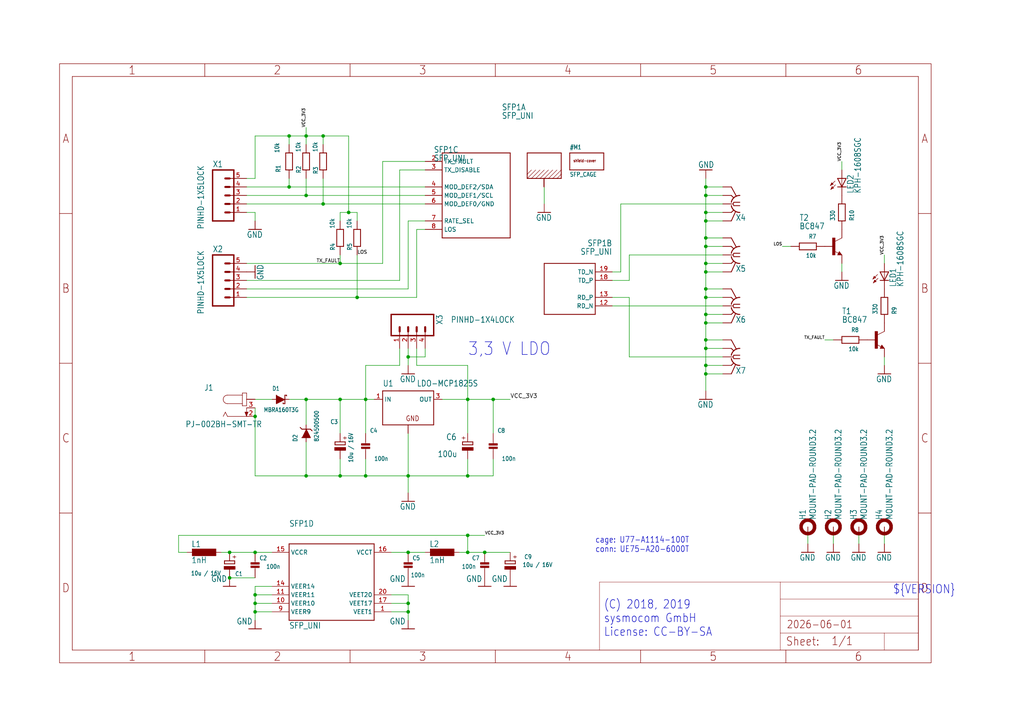
<source format=kicad_sch>
(kicad_sch (version 20231120) (generator "eeschema") (generator_version "8.0")
  (paper "User" 305.892 217.322)
  (junction (at 76.2 177.8))
  (junction (at 147.32 119.38))
  (junction (at 121.92 165.1))
  (junction (at 91.44 58.42))
  (junction (at 210.82 104.14))
  (junction (at 210.82 96.52))
  (junction (at 210.82 78.74))
  (junction (at 86.36 55.88))
  (junction (at 210.82 73.66))
  (junction (at 91.44 142.24))
  (junction (at 109.22 119.38))
  (junction (at 210.82 58.42))
  (junction (at 139.7 165.1))
  (junction (at 96.52 40.64))
  (junction (at 210.82 93.98))
  (junction (at 210.82 66.04))
  (junction (at 121.92 182.88))
  (junction (at 210.82 111.76))
  (junction (at 121.92 106.68))
  (junction (at 76.2 165.1))
  (junction (at 121.92 142.24))
  (junction (at 210.82 71.12))
  (junction (at 210.82 88.9))
  (junction (at 210.82 55.88))
  (junction (at 68.58 165.1))
  (junction (at 210.82 63.5))
  (junction (at 101.6 119.38))
  (junction (at 68.58 172.72))
  (junction (at 76.2 182.88))
  (junction (at 106.68 88.9))
  (junction (at 144.78 165.1))
  (junction (at 210.82 109.22))
  (junction (at 139.7 142.24))
  (junction (at 101.6 142.24))
  (junction (at 76.2 180.34))
  (junction (at 210.82 81.28))
  (junction (at 210.82 86.36))
  (junction (at 101.6 78.74))
  (junction (at 121.92 180.34))
  (junction (at 139.7 119.38))
  (junction (at 109.22 142.24))
  (junction (at 86.36 40.64))
  (junction (at 76.2 124.46))
  (junction (at 139.7 160.02))
  (junction (at 91.44 119.38))
  (junction (at 104.14 63.5))
  (junction (at 210.82 101.6))
  (junction (at 91.44 40.64))
  (junction (at 96.52 60.96))
  (wire (pts (xy 76.2 182.88) (xy 81.28 182.88)) (stroke (width 0.1524)))
  (wire (pts (xy 73.66 63.5) (xy 76.2 63.5)) (stroke (width 0.1524)))
  (wire (pts (xy 210.82 96.52) (xy 210.82 101.6)) (stroke (width 0.1524)))
  (wire (pts (xy 139.7 142.24) (xy 121.92 142.24)) (stroke (width 0.1524)))
  (wire (pts (xy 86.36 53.34) (xy 86.36 55.88)) (stroke (width 0.1524)))
  (wire (pts (xy 215.9 111.76) (xy 210.82 111.76)) (stroke (width 0.1524)))
  (wire (pts (xy 109.22 142.24) (xy 121.92 142.24)) (stroke (width 0.1524)))
  (wire (pts (xy 241.3 162.56) (xy 241.3 160.02)) (stroke (width 0.1524)))
  (wire (pts (xy 91.44 53.34) (xy 91.44 58.42)) (stroke (width 0.1524)))
  (wire (pts (xy 121.92 109.22) (xy 121.92 106.68)) (stroke (width 0.1524)))
  (wire (pts (xy 81.28 175.26) (xy 76.2 175.26)) (stroke (width 0.1524)))
  (wire (pts (xy 187.96 76.2) (xy 215.9 76.2)) (stroke (width 0.1524)))
  (wire (pts (xy 119.38 50.8) (xy 119.38 83.82)) (stroke (width 0.1524)))
  (wire (pts (xy 104.14 40.64) (xy 96.52 40.64)) (stroke (width 0.1524)))
  (wire (pts (xy 210.82 73.66) (xy 210.82 78.74)) (stroke (width 0.1524)))
  (wire (pts (xy 101.6 142.24) (xy 109.22 142.24)) (stroke (width 0.1524)))
  (wire (pts (xy 215.9 109.22) (xy 210.82 109.22)) (stroke (width 0.1524)))
  (wire (pts (xy 147.32 137.16) (xy 147.32 142.24)) (stroke (width 0.1524)))
  (wire (pts (xy 96.52 53.34) (xy 96.52 60.96)) (stroke (width 0.1524)))
  (wire (pts (xy 210.82 53.34) (xy 210.82 55.88)) (stroke (width 0.1524)))
  (wire (pts (xy 119.38 109.22) (xy 109.22 109.22)) (stroke (width 0.1524)))
  (wire (pts (xy 127 55.88) (xy 86.36 55.88)) (stroke (width 0.1524)))
  (wire (pts (xy 121.92 86.36) (xy 73.66 86.36)) (stroke (width 0.1524)))
  (wire (pts (xy 91.44 40.64) (xy 91.44 43.18)) (stroke (width 0.1524)))
  (wire (pts (xy 106.68 76.2) (xy 106.68 88.9)) (stroke (width 0.1524)))
  (wire (pts (xy 210.82 58.42) (xy 210.82 63.5)) (stroke (width 0.1524)))
  (wire (pts (xy 210.82 66.04) (xy 210.82 71.12)) (stroke (width 0.1524)))
  (wire (pts (xy 73.66 78.74) (xy 101.6 78.74)) (stroke (width 0.1524)))
  (wire (pts (xy 121.92 182.88) (xy 116.84 182.88)) (stroke (width 0.1524)))
  (wire (pts (xy 121.92 147.32) (xy 121.92 142.24)) (stroke (width 0.1524)))
  (wire (pts (xy 81.28 177.8) (xy 76.2 177.8)) (stroke (width 0.1524)))
  (wire (pts (xy 215.9 101.6) (xy 210.82 101.6)) (stroke (width 0.1524)))
  (wire (pts (xy 104.14 63.5) (xy 106.68 63.5)) (stroke (width 0.1524)))
  (wire (pts (xy 101.6 142.24) (xy 91.44 142.24)) (stroke (width 0.1524)))
  (wire (pts (xy 264.16 109.22) (xy 264.16 106.68)) (stroke (width 0.1524)))
  (wire (pts (xy 215.9 73.66) (xy 210.82 73.66)) (stroke (width 0.1524)))
  (wire (pts (xy 127 106.68) (xy 121.92 106.68)) (stroke (width 0.1524)))
  (wire (pts (xy 124.46 109.22) (xy 139.7 109.22)) (stroke (width 0.1524)))
  (wire (pts (xy 101.6 63.5) (xy 104.14 63.5)) (stroke (width 0.1524)))
  (wire (pts (xy 127 60.96) (xy 96.52 60.96)) (stroke (width 0.1524)))
  (wire (pts (xy 215.9 86.36) (xy 210.82 86.36)) (stroke (width 0.1524)))
  (wire (pts (xy 73.66 88.9) (xy 106.68 88.9)) (stroke (width 0.1524)))
  (wire (pts (xy 76.2 63.5) (xy 76.2 66.04)) (stroke (width 0.1524)))
  (wire (pts (xy 124.46 104.14) (xy 124.46 109.22)) (stroke (width 0.1524)))
  (wire (pts (xy 111.76 119.38) (xy 109.22 119.38)) (stroke (width 0.1524)))
  (wire (pts (xy 116.84 180.34) (xy 121.92 180.34)) (stroke (width 0.1524)))
  (wire (pts (xy 76.2 142.24) (xy 91.44 142.24)) (stroke (width 0.1524)))
  (wire (pts (xy 101.6 119.38) (xy 91.44 119.38)) (stroke (width 0.1524)))
  (wire (pts (xy 152.4 165.1) (xy 144.78 165.1)) (stroke (width 0.1524)))
  (wire (pts (xy 127 58.42) (xy 91.44 58.42)) (stroke (width 0.1524)))
  (wire (pts (xy 76.2 119.38) (xy 81.28 119.38)) (stroke (width 0.1524)))
  (wire (pts (xy 210.82 86.36) (xy 210.82 88.9)) (stroke (width 0.1524)))
  (wire (pts (xy 101.6 66.04) (xy 101.6 63.5)) (stroke (width 0.1524)))
  (wire (pts (xy 147.32 119.38) (xy 152.4 119.38)) (stroke (width 0.1524)))
  (wire (pts (xy 73.66 53.34) (xy 76.2 53.34)) (stroke (width 0.1524)))
  (wire (pts (xy 101.6 76.2) (xy 101.6 78.74)) (stroke (width 0.1524)))
  (wire (pts (xy 76.2 185.42) (xy 76.2 182.88)) (stroke (width 0.1524)))
  (wire (pts (xy 127 165.1) (xy 121.92 165.1)) (stroke (width 0.1524)))
  (wire (pts (xy 264.16 78.74) (xy 264.16 76.2)) (stroke (width 0.1524)))
  (wire (pts (xy 127 50.8) (xy 119.38 50.8)) (stroke (width 0.1524)))
  (wire (pts (xy 210.82 63.5) (xy 210.82 66.04)) (stroke (width 0.1524)))
  (wire (pts (xy 187.96 83.82) (xy 187.96 76.2)) (stroke (width 0.1524)))
  (wire (pts (xy 139.7 109.22) (xy 139.7 119.38)) (stroke (width 0.1524)))
  (wire (pts (xy 101.6 129.54) (xy 101.6 119.38)) (stroke (width 0.1524)))
  (wire (pts (xy 162.56 60.96) (xy 162.56 55.88)) (stroke (width 0.1524)))
  (wire (pts (xy 139.7 137.16) (xy 139.7 142.24)) (stroke (width 0.1524)))
  (wire (pts (xy 76.2 142.24) (xy 76.2 124.46)) (stroke (width 0.1524)))
  (wire (pts (xy 76.2 53.34) (xy 76.2 40.64)) (stroke (width 0.1524)))
  (wire (pts (xy 215.9 81.28) (xy 210.82 81.28)) (stroke (width 0.1524)))
  (wire (pts (xy 248.92 162.56) (xy 248.92 160.02)) (stroke (width 0.1524)))
  (wire (pts (xy 101.6 137.16) (xy 101.6 142.24)) (stroke (width 0.1524)))
  (wire (pts (xy 86.36 43.18) (xy 86.36 40.64)) (stroke (width 0.1524)))
  (wire (pts (xy 76.2 180.34) (xy 76.2 182.88)) (stroke (width 0.1524)))
  (wire (pts (xy 81.28 180.34) (xy 76.2 180.34)) (stroke (width 0.1524)))
  (wire (pts (xy 76.2 177.8) (xy 76.2 180.34)) (stroke (width 0.1524)))
  (wire (pts (xy 210.82 104.14) (xy 210.82 109.22)) (stroke (width 0.1524)))
  (wire (pts (xy 91.44 119.38) (xy 86.36 119.38)) (stroke (width 0.1524)))
  (wire (pts (xy 86.36 55.88) (xy 73.66 55.88)) (stroke (width 0.1524)))
  (wire (pts (xy 127 66.04) (xy 121.92 66.04)) (stroke (width 0.1524)))
  (wire (pts (xy 215.9 58.42) (xy 210.82 58.42)) (stroke (width 0.1524)))
  (wire (pts (xy 210.82 55.88) (xy 210.82 58.42)) (stroke (width 0.1524)))
  (wire (pts (xy 114.3 78.74) (xy 114.3 48.26)) (stroke (width 0.1524)))
  (wire (pts (xy 76.2 172.72) (xy 68.58 172.72)) (stroke (width 0.1524)))
  (wire (pts (xy 139.7 165.1) (xy 144.78 165.1)) (stroke (width 0.1524)))
  (wire (pts (xy 139.7 160.02) (xy 144.78 160.02)) (stroke (width 0.1524)))
  (wire (pts (xy 215.9 63.5) (xy 210.82 63.5)) (stroke (width 0.1524)))
  (wire (pts (xy 81.28 165.1) (xy 76.2 165.1)) (stroke (width 0.1524)))
  (wire (pts (xy 215.9 96.52) (xy 210.82 96.52)) (stroke (width 0.1524)))
  (wire (pts (xy 96.52 40.64) (xy 91.44 40.64)) (stroke (width 0.1524)))
  (wire (pts (xy 215.9 104.14) (xy 210.82 104.14)) (stroke (width 0.1524)))
  (wire (pts (xy 53.34 160.02) (xy 139.7 160.02)) (stroke (width 0.1524)))
  (wire (pts (xy 119.38 83.82) (xy 73.66 83.82)) (stroke (width 0.1524)))
  (wire (pts (xy 124.46 88.9) (xy 124.46 68.58)) (stroke (width 0.1524)))
  (wire (pts (xy 121.92 180.34) (xy 121.92 182.88)) (stroke (width 0.1524)))
  (wire (pts (xy 187.96 106.68) (xy 215.9 106.68)) (stroke (width 0.1524)))
  (wire (pts (xy 182.88 81.28) (xy 185.42 81.28)) (stroke (width 0.1524)))
  (wire (pts (xy 215.9 93.98) (xy 210.82 93.98)) (stroke (width 0.1524)))
  (wire (pts (xy 215.9 78.74) (xy 210.82 78.74)) (stroke (width 0.1524)))
  (wire (pts (xy 96.52 43.18) (xy 96.52 40.64)) (stroke (width 0.1524)))
  (wire (pts (xy 76.2 165.1) (xy 68.58 165.1)) (stroke (width 0.1524)))
  (wire (pts (xy 139.7 129.54) (xy 139.7 119.38)) (stroke (width 0.1524)))
  (wire (pts (xy 182.88 83.82) (xy 187.96 83.82)) (stroke (width 0.1524)))
  (wire (pts (xy 104.14 63.5) (xy 104.14 40.64)) (stroke (width 0.1524)))
  (wire (pts (xy 256.54 162.56) (xy 256.54 160.02)) (stroke (width 0.1524)))
  (wire (pts (xy 66.04 165.1) (xy 68.58 165.1)) (stroke (width 0.1524)))
  (wire (pts (xy 96.52 60.96) (xy 73.66 60.96)) (stroke (width 0.1524)))
  (wire (pts (xy 215.9 88.9) (xy 210.82 88.9)) (stroke (width 0.1524)))
  (wire (pts (xy 215.9 71.12) (xy 210.82 71.12)) (stroke (width 0.1524)))
  (wire (pts (xy 116.84 165.1) (xy 121.92 165.1)) (stroke (width 0.1524)))
  (wire (pts (xy 251.46 81.28) (xy 251.46 78.74)) (stroke (width 0.1524)))
  (wire (pts (xy 210.82 71.12) (xy 210.82 73.66)) (stroke (width 0.1524)))
  (wire (pts (xy 91.44 142.24) (xy 91.44 132.08)) (stroke (width 0.1524)))
  (wire (pts (xy 121.92 66.04) (xy 121.92 86.36)) (stroke (width 0.1524)))
  (wire (pts (xy 124.46 88.9) (xy 106.68 88.9)) (stroke (width 0.1524)))
  (wire (pts (xy 264.16 162.56) (xy 264.16 160.02)) (stroke (width 0.1524)))
  (wire (pts (xy 185.42 60.96) (xy 185.42 81.28)) (stroke (width 0.1524)))
  (wire (pts (xy 185.42 60.96) (xy 215.9 60.96)) (stroke (width 0.1524)))
  (wire (pts (xy 147.32 129.54) (xy 147.32 119.38)) (stroke (width 0.1524)))
  (wire (pts (xy 182.88 91.44) (xy 215.9 91.44)) (stroke (width 0.1524)))
  (wire (pts (xy 91.44 40.64) (xy 91.44 38.1)) (stroke (width 0.1524)))
  (wire (pts (xy 251.46 50.8) (xy 251.46 48.26)) (stroke (width 0.1524)))
  (wire (pts (xy 187.96 88.9) (xy 182.88 88.9)) (stroke (width 0.1524)))
  (wire (pts (xy 210.82 111.76) (xy 210.82 116.84)) (stroke (width 0.1524)))
  (wire (pts (xy 121.92 177.8) (xy 121.92 180.34)) (stroke (width 0.1524)))
  (wire (pts (xy 121.92 185.42) (xy 121.92 182.88)) (stroke (width 0.1524)))
  (wire (pts (xy 76.2 175.26) (xy 76.2 177.8)) (stroke (width 0.1524)))
  (wire (pts (xy 116.84 177.8) (xy 121.92 177.8)) (stroke (width 0.1524)))
  (wire (pts (xy 76.2 121.92) (xy 76.2 124.46)) (stroke (width 0.1524)))
  (wire (pts (xy 139.7 160.02) (xy 139.7 165.1)) (stroke (width 0.1524)))
  (wire (pts (xy 121.92 142.24) (xy 121.92 129.54)) (stroke (width 0.1524)))
  (wire (pts (xy 210.82 101.6) (xy 210.82 104.14)) (stroke (width 0.1524)))
  (wire (pts (xy 210.82 78.74) (xy 210.82 81.28)) (stroke (width 0.1524)))
  (wire (pts (xy 215.9 66.04) (xy 210.82 66.04)) (stroke (width 0.1524)))
  (wire (pts (xy 109.22 129.54) (xy 109.22 119.38)) (stroke (width 0.1524)))
  (wire (pts (xy 91.44 58.42) (xy 73.66 58.42)) (stroke (width 0.1524)))
  (wire (pts (xy 53.34 165.1) (xy 53.34 160.02)) (stroke (width 0.1524)))
  (wire (pts (xy 236.22 73.66) (xy 233.68 73.66)) (stroke (width 0.1524)))
  (wire (pts (xy 91.44 127) (xy 91.44 119.38)) (stroke (width 0.1524)))
  (wire (pts (xy 76.2 40.64) (xy 86.36 40.64)) (stroke (width 0.1524)))
  (wire (pts (xy 101.6 78.74) (xy 114.3 78.74)) (stroke (width 0.1524)))
  (wire (pts (xy 109.22 119.38) (xy 101.6 119.38)) (stroke (width 0.1524)))
  (wire (pts (xy 124.46 68.58) (xy 127 68.58)) (stroke (width 0.1524)))
  (wire (pts (xy 106.68 63.5) (xy 106.68 66.04)) (stroke (width 0.1524)))
  (wire (pts (xy 210.82 81.28) (xy 210.82 86.36)) (stroke (width 0.1524)))
  (wire (pts (xy 210.82 109.22) (xy 210.82 111.76)) (stroke (width 0.1524)))
  (wire (pts (xy 86.36 40.64) (xy 91.44 40.64)) (stroke (width 0.1524)))
  (wire (pts (xy 187.96 88.9) (xy 187.96 106.68)) (stroke (width 0.1524)))
  (wire (pts (xy 55.88 165.1) (xy 53.34 165.1)) (stroke (width 0.1524)))
  (wire (pts (xy 119.38 104.14) (xy 119.38 109.22)) (stroke (width 0.1524)))
  (wire (pts (xy 109.22 109.22) (xy 109.22 119.38)) (stroke (width 0.1524)))
  (wire (pts (xy 127 104.14) (xy 127 106.68)) (stroke (width 0.1524)))
  (wire (pts (xy 248.92 101.6) (xy 246.38 101.6)) (stroke (width 0.1524)))
  (wire (pts (xy 109.22 137.16) (xy 109.22 142.24)) (stroke (width 0.1524)))
  (wire (pts (xy 215.9 55.88) (xy 210.82 55.88)) (stroke (width 0.1524)))
  (wire (pts (xy 114.3 48.26) (xy 127 48.26)) (stroke (width 0.1524)))
  (wire (pts (xy 147.32 142.24) (xy 139.7 142.24)) (stroke (width 0.1524)))
  (wire (pts (xy 139.7 119.38) (xy 147.32 119.38)) (stroke (width 0.1524)))
  (wire (pts (xy 121.92 106.68) (xy 121.92 104.14)) (stroke (width 0.1524)))
  (wire (pts (xy 210.82 88.9) (xy 210.82 93.98)) (stroke (width 0.1524)))
  (wire (pts (xy 132.08 119.38) (xy 139.7 119.38)) (stroke (width 0.1524)))
  (wire (pts (xy 210.82 93.98) (xy 210.82 96.52)) (stroke (width 0.1524)))
  (wire (pts (xy 139.7 165.1) (xy 137.16 165.1)) (stroke (width 0.1524)))
  (text "conn: UE75-A20-6000T" (at 177.8 165.354 0) (effects (font (size 1.778 1.5113)) (justify left bottom)))
  (text "(C) 2018, 2019\nsysmocom GmbH\nLicense: CC-BY-SA" (at 180.34 190.5 0) (effects (font (size 2.54 2.159)) (justify left bottom)))
  (text "3,3 V LDO" (at 139.7 106.68 0) (effects (font (size 3.81 3.2385)) (justify left bottom)))
  (text "${VERSION}" (at 266.7 177.8 0) (effects (font (size 2.54 2.159)) (justify left bottom)))
  (text "cage: U77-A1114-100T" (at 177.8 162.56 0) (effects (font (size 1.778 1.5113)) (justify left bottom)))
  (label "TX_FAULT" (at 101.6 78.74 180) (effects (font (size 1.016 1.016))))
  (label "VCC_3V3" (at 264.16 76.2 90) (effects (font (size 0.889 0.889))))
  (label "LOS" (at 233.68 73.66 180) (effects (font (size 0.889 0.889))))
  (label "VCC_3V3" (at 251.46 48.26 90) (effects (font (size 0.889 0.889))))
  (label "VCC_3V3" (at 144.78 160.02 0) (effects (font (size 0.889 0.889))))
  (label "TX_FAULT" (at 246.38 101.6 180) (effects (font (size 0.889 0.889))))
  (label "LOS" (at 106.68 76.2 0) (effects (font (size 1.016 1.016))))
  (label "VCC_3V3" (at 91.44 38.1 90) (effects (font (size 0.889 0.889))))
  (label "VCC_3V3" (at 152.4 119.38 0) (effects (font (size 1.2446 1.2446))))
  (symbol (lib_id "sfp-breakout-eagle-import:CAP_CERAMIC_0603") (at 144.78 167.64 90) (mirror x) (unit 1)
    (property "Reference" "C7" (at 140.97 166.116 90) (effects (font (size 1.27 1.0795)) (justify right top)))
    (property "Value" "100n" (at 137.922 168.656 90) (effects (font (size 1.27 1.0795)) (justify right top)))
    (property "Footprint" "sfp-breakout:_0603" (effects (hide yes)))
    (property "CLASS" "CAPACITOR" (effects (hide yes)))
    (property "DATASHEET" "http://www.samsungsem.com/kr/support/product-search/mlcc/CL10B104KO8NNNC.jsp" (effects (hide yes)))
    (property "DESCRIPTION" "CAP CER 0.1UF 16V X7R 0603" (effects (hide yes)))
    (property "LINK" "https://www.digikey.com/product-detail/en/samsung-electro-mechanics/CL10B104KO8NNNC/1276-1005-1-ND/3889091" (effects (hide yes)))
    (property "MANUFACTURER" "Samsung Electro-Mechanics" (effects (hide yes)))
    (property "MANUFACTURERPARTNUMBER" "CL10B104KO8NNNC" (effects (hide yes)))
    (property "POPULATED" "TRUE" (effects (hide yes)))
    (property "ROHSCERTIFICATE" "ROHS3 Compliant" (effects (hide yes)))
    (property "SOURCE" "DIGIKEY" (effects (hide yes)))
    (property "SOURCEPARTNUMBER" "1276-1005-1-ND" (effects (hide yes)))
  )
  (symbol (lib_id "sfp-breakout-eagle-import:GND") (at 210.82 50.8 180) (unit 1)
    (property "Reference" "#GND6" (effects (hide yes)))
    (property "Value" "GND" (at 213.36 48.26 0) (effects (font (size 1.778 1.5113)) (justify left bottom)))
  )
  (symbol (lib_id "sfp-breakout-eagle-import:DIODE-SCHOTTKY-SMA") (at 83.82 119.38 0) (unit 1)
    (property "Reference" "D1" (at 81.28 116.84 0) (effects (font (size 1.27 1.0795)) (justify left bottom)))
    (property "Value" "MBRA160T3G" (at 78.74 123.19 0) (effects (font (size 1.27 1.0795)) (justify left bottom)))
    (property "Footprint" "sfp-breakout:SMADIODE" (effects (hide yes)))
    (property "CLASS" "DIODE" (effects (hide yes)))
    (property "DATASHEET" "https://www.diodes.com/assets/Datasheets/B220_A-B260_A.pdf" (effects (hide yes)))
    (property "DESCRIPTION" "DIODE SCHOTTKY 60V 2A SMA" (effects (hide yes)))
    (property "LINK" "https://www.digikey.com/en/products/detail/diodes-incorporated/B260A-13-F/750837" (effects (hide yes)))
    (property "MANUFACTURER" "Diodes Incorporated" (effects (hide yes)))
    (property "MANUFACTURERPARTNUMBER" "B260A-13-F" (effects (hide yes)))
    (property "POPULATED" "TRUE" (effects (hide yes)))
    (property "ROHSCERTIFICATE" "ROHS3 Compliant" (effects (hide yes)))
    (property "SOURCE" "DIGIKEY" (effects (hide yes)))
    (property "SOURCEPARTNUMBER" "B260A-FDICT-ND" (effects (hide yes)))
  )
  (symbol (lib_id "sfp-breakout-eagle-import:CAP_CERAMIC_0603") (at 147.32 132.08 90) (mirror x) (unit 1)
    (property "Reference" "C8" (at 148.59 128.016 90) (effects (font (size 1.27 1.0795)) (justify right top)))
    (property "Value" "100n" (at 149.86 136.398 90) (effects (font (size 1.27 1.0795)) (justify right top)))
    (property "Footprint" "sfp-breakout:_0603" (effects (hide yes)))
    (property "CLASS" "CAPACITOR" (effects (hide yes)))
    (property "DATASHEET" "http://www.samsungsem.com/kr/support/product-search/mlcc/CL10B104KO8NNNC.jsp" (effects (hide yes)))
    (property "DESCRIPTION" "CAP CER 0.1UF 16V X7R 0603" (effects (hide yes)))
    (property "LINK" "https://www.digikey.com/product-detail/en/samsung-electro-mechanics/CL10B104KO8NNNC/1276-1005-1-ND/3889091" (effects (hide yes)))
    (property "MANUFACTURER" "Samsung Electro-Mechanics" (effects (hide yes)))
    (property "MANUFACTURERPARTNUMBER" "CL10B104KO8NNNC" (effects (hide yes)))
    (property "POPULATED" "TRUE" (effects (hide yes)))
    (property "ROHSCERTIFICATE" "ROHS3 Compliant" (effects (hide yes)))
    (property "SOURCE" "DIGIKEY" (effects (hide yes)))
    (property "SOURCEPARTNUMBER" "1276-1005-1-ND" (effects (hide yes)))
  )
  (symbol (lib_id "sfp-breakout-eagle-import:GND") (at 152.4 175.26 0) (unit 1)
    (property "Reference" "#GND10" (effects (hide yes)))
    (property "Value" "GND" (at 146.812 173.99 0) (effects (font (size 1.778 1.5113)) (justify left bottom)))
  )
  (symbol (lib_id "sfp-breakout-eagle-import:rc-sysmocom_RESISTOR_0603") (at 264.16 91.44 270) (mirror x) (unit 1)
    (property "Reference" "R9" (at 266.446 93.98 0) (effects (font (size 1.27 1.0795)) (justify left bottom)))
    (property "Value" "330" (at 260.731 93.98 0) (effects (font (size 1.27 1.0795)) (justify left bottom)))
    (property "Footprint" "sfp-breakout:_0603" (effects (hide yes)))
    (property "CLASS" "RESISTOR" (effects (hide yes)))
    (property "DATASHEET" "https://www.yageo.com/upload/media/product/productsearch/datasheet/rchip/PYu-RC_Group_51_RoHS_L_11.pdf" (effects (hide yes)))
    (property "DESCRIPTION" "RES SMD 330 OHM 1% 1/10W 0603" (effects (hide yes)))
    (property "LINK" "https://www.digikey.com/product-detail/en/yageo/RC0603FR-07330RL/311-330HRCT-ND/730109" (effects (hide yes)))
    (property "MANUFACTURER" "Yageo" (effects (hide yes)))
    (property "MANUFACTURERPARTNUMBER" "RC0603FR-07330RL" (effects (hide yes)))
    (property "POPULATED" "TRUE" (effects (hide yes)))
    (property "ROHSCERTIFICATE" "ROHS3 Compliant" (effects (hide yes)))
    (property "SOURCE" "DIGIKEY" (effects (hide yes)))
    (property "SOURCEPARTNUMBER" "311-330HRCT-ND" (effects (hide yes)))
  )
  (symbol (lib_id "sfp-breakout-eagle-import:CAP_CERAMIC_0603") (at 121.92 167.64 90) (mirror x) (unit 1)
    (property "Reference" "C5" (at 123.19 166.116 90) (effects (font (size 1.27 1.0795)) (justify right top)))
    (property "Value" "100n" (at 122.682 171.196 90) (effects (font (size 1.27 1.0795)) (justify right top)))
    (property "Footprint" "sfp-breakout:_0603" (effects (hide yes)))
    (property "CLASS" "CAPACITOR" (effects (hide yes)))
    (property "DATASHEET" "http://www.samsungsem.com/kr/support/product-search/mlcc/CL10B104KO8NNNC.jsp" (effects (hide yes)))
    (property "DESCRIPTION" "CAP CER 0.1UF 16V X7R 0603" (effects (hide yes)))
    (property "LINK" "https://www.digikey.com/product-detail/en/samsung-electro-mechanics/CL10B104KO8NNNC/1276-1005-1-ND/3889091" (effects (hide yes)))
    (property "MANUFACTURER" "Samsung Electro-Mechanics" (effects (hide yes)))
    (property "MANUFACTURERPARTNUMBER" "CL10B104KO8NNNC" (effects (hide yes)))
    (property "POPULATED" "TRUE" (effects (hide yes)))
    (property "ROHSCERTIFICATE" "ROHS3 Compliant" (effects (hide yes)))
    (property "SOURCE" "DIGIKEY" (effects (hide yes)))
    (property "SOURCEPARTNUMBER" "1276-1005-1-ND" (effects (hide yes)))
  )
  (symbol (lib_id "sfp-breakout-eagle-import:MOUNT-PAD-ROUND3.2") (at 264.16 157.48 90) (unit 1)
    (property "Reference" "H4" (at 263.5758 155.448 0) (effects (font (size 1.778 1.5113)) (justify left bottom)))
    (property "Value" "MOUNT-PAD-ROUND3.2" (at 266.6238 155.448 0) (effects (font (size 1.778 1.5113)) (justify left bottom)))
    (property "Footprint" "sfp-breakout:3,2-PAD" (effects (hide yes)))
    (property "CLASS" "HOLE" (effects (hide yes)))
    (property "DESCRIPTION" "NO DESCRIPTION" (effects (hide yes)))
    (property "LINK" "UNKNOWN LINK" (effects (hide yes)))
    (property "MANUFACTURER" "UNKNOWN MANUFACTURER" (effects (hide yes)))
    (property "MANUFACTURERPARTNUMBER" "UNKNOWN MANUFACTURER PART NUMBER" (effects (hide yes)))
    (property "POPULATED" "FALSE" (effects (hide yes)))
    (property "ROHSCERTIFICATE" "UNKNOWN ROHS CERTIFICATE" (effects (hide yes)))
    (property "SOURCE" "UNKNOWN SOURCE" (effects (hide yes)))
    (property "SOURCEPARTNUMBER" "UNKNOWN SOURCE PART NUMBER" (effects (hide yes)))
  )
  (symbol (lib_id "sfp-breakout-eagle-import:MOUNT-PAD-ROUND3.2") (at 256.54 157.48 90) (unit 1)
    (property "Reference" "H3" (at 255.9558 155.448 0) (effects (font (size 1.778 1.5113)) (justify left bottom)))
    (property "Value" "MOUNT-PAD-ROUND3.2" (at 259.0038 155.448 0) (effects (font (size 1.778 1.5113)) (justify left bottom)))
    (property "Footprint" "sfp-breakout:3,2-PAD" (effects (hide yes)))
    (property "CLASS" "HOLE" (effects (hide yes)))
    (property "DESCRIPTION" "NO DESCRIPTION" (effects (hide yes)))
    (property "LINK" "UNKNOWN LINK" (effects (hide yes)))
    (property "MANUFACTURER" "UNKNOWN MANUFACTURER" (effects (hide yes)))
    (property "MANUFACTURERPARTNUMBER" "UNKNOWN MANUFACTURER PART NUMBER" (effects (hide yes)))
    (property "POPULATED" "FALSE" (effects (hide yes)))
    (property "ROHSCERTIFICATE" "UNKNOWN ROHS CERTIFICATE" (effects (hide yes)))
    (property "SOURCE" "UNKNOWN SOURCE" (effects (hide yes)))
    (property "SOURCEPARTNUMBER" "UNKNOWN SOURCE PART NUMBER" (effects (hide yes)))
  )
  (symbol (lib_id "sfp-breakout-eagle-import:RESISTOR_0603") (at 96.52 48.26 90) (unit 1)
    (property "Reference" "R3" (at 94.996 52.07 0) (effects (font (size 1.27 1.0795)) (justify left bottom)))
    (property "Value" "10k" (at 94.869 45.466 0) (effects (font (size 1.27 1.0795)) (justify left bottom)))
    (property "Footprint" "sfp-breakout:_0603" (effects (hide yes)))
    (property "CLASS" "RESISTOR" (effects (hide yes)))
    (property "DATASHEET" "https://www.seielect.com/catalog/sei-rmcf_rmcp.pdf" (effects (hide yes)))
    (property "DESCRIPTION" "RES 10K OHM 1% 1/10W 0603" (effects (hide yes)))
    (property "LINK" "https://www.digikey.com/product-detail/en/stackpole-electronics-inc/RMCF0603FT10K0/RMCF0603FT10K0CT-ND/1943057" (effects (hide yes)))
    (property "MANUFACTURER" "Stackpole Electronics Inc" (effects (hide yes)))
    (property "MANUFACTURERPARTNUMBER" "RMCF0603FT10K0" (effects (hide yes)))
    (property "POPULATED" "TRUE" (effects (hide yes)))
    (property "ROHSCERTIFICATE" "ROHS3 Compliant" (effects (hide yes)))
    (property "SOURCE" "DIGIKEY" (effects (hide yes)))
    (property "SOURCEPARTNUMBER" "RMCF0603FT10K0CT-ND" (effects (hide yes)))
  )
  (symbol (lib_id "sfp-breakout-eagle-import:PINHD-1X4LOCK") (at 121.92 96.52 270) (unit 1)
    (property "Reference" "X3" (at 130.302 93.98 0) (effects (font (size 1.778 1.5113)) (justify left bottom)))
    (property "Value" "PINHD-1X4LOCK" (at 134.62 96.52 90) (effects (font (size 1.778 1.5113)) (justify left bottom)))
    (property "Footprint" "sfp-breakout:1X04_LOCK" (effects (hide yes)))
    (property "CLASS" "CONNECTOR" (effects (hide yes)))
    (property "DESCRIPTION" "NO DESCRIPTION" (effects (hide yes)))
    (property "LINK" "UNKNOWN LINK" (effects (hide yes)))
    (property "MANUFACTURER" "UNKNOWN MANUFACTURER" (effects (hide yes)))
    (property "MANUFACTURERPARTNUMBER" "UNKNOWN MANUFACTURER PART NUMBER" (effects (hide yes)))
    (property "POPULATED" "TRUE" (effects (hide yes)))
    (property "ROHSCERTIFICATE" "UNKNOWN ROHS CERTIFICATE" (effects (hide yes)))
    (property "SOURCE" "UNKNOWN SOURCE" (effects (hide yes)))
    (property "SOURCEPARTNUMBER" "UNKNOWN SOURCE PART NUMBER" (effects (hide yes)))
  )
  (symbol (lib_id "sfp-breakout-eagle-import:GND") (at 76.2 81.28 90) (unit 1)
    (property "Reference" "#GND12" (effects (hide yes)))
    (property "Value" "GND" (at 78.74 83.82 0) (effects (font (size 1.778 1.5113)) (justify left bottom)))
  )
  (symbol (lib_id "sfp-breakout-eagle-import:GND") (at 76.2 187.96 0) (unit 1)
    (property "Reference" "#GND16" (effects (hide yes)))
    (property "Value" "GND" (at 70.612 186.69 0) (effects (font (size 1.778 1.5113)) (justify left bottom)))
  )
  (symbol (lib_id "sfp-breakout-eagle-import:SHIELD-COVER") (at 175.26 50.8 0) (unit 1)
    (property "Reference" "#M1" (at 170.18 44.704 0) (effects (font (size 1.27 1.0795)) (justify left bottom)))
    (property "Value" "SFP_CAGE" (at 170.18 52.832 0) (effects (font (size 1.27 1.0795)) (justify left bottom)))
    (property "CLASS" "SHIELD COVER" (effects (hide yes)))
    (property "DESCRIPTION" "CONN SFP CAGE SLD R/A" (effects (hide yes)))
    (property "LINK" "https://www.digikey.de/product-detail/de/amphenol-icc-commercial-products/U77-A1114-100T/U77-A1114-100TCT-ND" (effects (hide yes)))
    (property "MANUFACTURER" "Amphenol ICC (Commercial Products)" (effects (hide yes)))
    (property "MANUFACTURERPARTNUMBER" "U77-A1114-100T" (effects (hide yes)))
    (property "ROHSCERTIFICATE" "Bleifrei / RoHS-konform" (effects (hide yes)))
    (property "SOURCE" "DIGIKEY" (effects (hide yes)))
    (property "SOURCEPARTNUMBER" "U77-A1114-100TCT-ND" (effects (hide yes)))
  )
  (symbol (lib_id "sfp-breakout-eagle-import:CAP_CERAMIC_0603") (at 109.22 132.08 90) (mirror x) (unit 1)
    (property "Reference" "C4" (at 110.49 128.016 90) (effects (font (size 1.27 1.0795)) (justify right top)))
    (property "Value" "100n" (at 111.76 136.398 90) (effects (font (size 1.27 1.0795)) (justify right top)))
    (property "Footprint" "sfp-breakout:_0603" (effects (hide yes)))
    (property "CLASS" "CAPACITOR" (effects (hide yes)))
    (property "DATASHEET" "http://www.samsungsem.com/kr/support/product-search/mlcc/CL10B104KO8NNNC.jsp" (effects (hide yes)))
    (property "DESCRIPTION" "CAP CER 0.1UF 16V X7R 0603" (effects (hide yes)))
    (property "LINK" "https://www.digikey.com/product-detail/en/samsung-electro-mechanics/CL10B104KO8NNNC/1276-1005-1-ND/3889091" (effects (hide yes)))
    (property "MANUFACTURER" "Samsung Electro-Mechanics" (effects (hide yes)))
    (property "MANUFACTURERPARTNUMBER" "CL10B104KO8NNNC" (effects (hide yes)))
    (property "POPULATED" "TRUE" (effects (hide yes)))
    (property "ROHSCERTIFICATE" "ROHS3 Compliant" (effects (hide yes)))
    (property "SOURCE" "DIGIKEY" (effects (hide yes)))
    (property "SOURCEPARTNUMBER" "1276-1005-1-ND" (effects (hide yes)))
  )
  (symbol (lib_id "sfp-breakout-eagle-import:CPOL-EU-1206") (at 101.6 132.08 0) (mirror y) (unit 1)
    (property "Reference" "C3" (at 100.965 126.7714 0) (effects (font (size 1.27 1.0795)) (justify left bottom)))
    (property "Value" "10u / 16V" (at 104.1146 138.303 90) (effects (font (size 1.27 1.0795)) (justify left bottom)))
    (property "Footprint" "sfp-breakout:CPOL1206" (effects (hide yes)))
    (property "CLASS" "CAPACITOR" (effects (hide yes)))
    (property "DATASHEET" "https://www.samsungsem.com/kr/support/product-search/mlcc/CL31A106KOHNNNE.jsp" (effects (hide yes)))
    (property "DESCRIPTION" "CAP CER 10UF 16V X5R 1206" (effects (hide yes)))
    (property "LINK" "https://www.digikey.com/en/products/detail/samsung-electro-mechanics/CL31A106KOHNNNE/3886795" (effects (hide yes)))
    (property "MANUFACTURER" "Samsung Electro-Mechanics" (effects (hide yes)))
    (property "MANUFACTURERPARTNUMBER" "CL31A106KOHNNNE" (effects (hide yes)))
    (property "POPULATED" "TRUE" (effects (hide yes)))
    (property "ROHSCERTIFICATE" "ROHS3 Compliant" (effects (hide yes)))
    (property "SOURCE" "DIGIKEY" (effects (hide yes)))
    (property "SOURCEPARTNUMBER" "1276-1137-1-ND" (effects (hide yes)))
  )
  (symbol (lib_id "sfp-breakout-eagle-import:PINHD-1X5LOCK") (at 66.04 60.96 0) (unit 1)
    (property "Reference" "X1" (at 63.5 50.038 0) (effects (font (size 1.778 1.5113)) (justify left bottom)))
    (property "Value" "PINHD-1X5LOCK" (at 60.96 68.58 90) (effects (font (size 1.778 1.5113)) (justify left bottom)))
    (property "Footprint" "sfp-breakout:1X05_LOCK" (effects (hide yes)))
    (property "CLASS" "CONNECTOR" (effects (hide yes)))
    (property "DESCRIPTION" "NO DESCRIPTION" (effects (hide yes)))
    (property "LINK" "UNKNOWN LINK" (effects (hide yes)))
    (property "MANUFACTURER" "UNKNOWN MANUFACTURER" (effects (hide yes)))
    (property "MANUFACTURERPARTNUMBER" "UNKNOWN MANUFACTURER PART NUMBER" (effects (hide yes)))
    (property "POPULATED" "TRUE" (effects (hide yes)))
    (property "ROHSCERTIFICATE" "UNKNOWN ROHS CERTIFICATE" (effects (hide yes)))
    (property "SOURCE" "UNKNOWN SOURCE" (effects (hide yes)))
    (property "SOURCEPARTNUMBER" "UNKNOWN SOURCE PART NUMBER" (effects (hide yes)))
  )
  (symbol (lib_id "sfp-breakout-eagle-import:GND") (at 121.92 111.76 0) (unit 1)
    (property "Reference" "#GND11" (effects (hide yes)))
    (property "Value" "GND" (at 119.38 114.3 0) (effects (font (size 1.778 1.5113)) (justify left bottom)))
  )
  (symbol (lib_id "sfp-breakout-eagle-import:rc-sysmocom_RESISTOR_0603") (at 254 101.6 0) (mirror y) (unit 1)
    (property "Reference" "R8" (at 256.54 99.314 0) (effects (font (size 1.27 1.0795)) (justify left bottom)))
    (property "Value" "10k" (at 256.54 105.029 0) (effects (font (size 1.27 1.0795)) (justify left bottom)))
    (property "Footprint" "sfp-breakout:_0603" (effects (hide yes)))
    (property "CLASS" "RESISTOR" (effects (hide yes)))
    (property "DATASHEET" "https://www.seielect.com/catalog/sei-rmcf_rmcp.pdf" (effects (hide yes)))
    (property "DESCRIPTION" "RES 10K OHM 1% 1/10W 0603" (effects (hide yes)))
    (property "LINK" "https://www.digikey.com/product-detail/en/stackpole-electronics-inc/RMCF0603FT10K0/RMCF0603FT10K0CT-ND/1943057" (effects (hide yes)))
    (property "MANUFACTURER" "Stackpole Electronics Inc" (effects (hide yes)))
    (property "MANUFACTURERPARTNUMBER" "RMCF0603FT10K0" (effects (hide yes)))
    (property "POPULATED" "TRUE" (effects (hide yes)))
    (property "ROHSCERTIFICATE" "ROHS3 Compliant" (effects (hide yes)))
    (property "SOURCE" "DIGIKEY" (effects (hide yes)))
    (property "SOURCEPARTNUMBER" "RMCF0603FT10K0CT-ND" (effects (hide yes)))
  )
  (symbol (lib_id "sfp-breakout-eagle-import:GND") (at 248.92 165.1 0) (unit 1)
    (property "Reference" "#GND1" (effects (hide yes)))
    (property "Value" "GND" (at 246.38 167.64 0) (effects (font (size 1.778 1.5113)) (justify left bottom)))
  )
  (symbol (lib_id "sfp-breakout-eagle-import:RESISTOR_0603") (at 86.36 48.26 90) (unit 1)
    (property "Reference" "R1" (at 83.82 51.562 0) (effects (font (size 1.27 1.0795)) (justify left bottom)))
    (property "Value" "10k" (at 83.439 45.72 0) (effects (font (size 1.27 1.0795)) (justify left bottom)))
    (property "Footprint" "sfp-breakout:_0603" (effects (hide yes)))
    (property "CLASS" "RESISTOR" (effects (hide yes)))
    (property "DATASHEET" "https://www.seielect.com/catalog/sei-rmcf_rmcp.pdf" (effects (hide yes)))
    (property "DESCRIPTION" "RES 10K OHM 1% 1/10W 0603" (effects (hide yes)))
    (property "LINK" "https://www.digikey.com/product-detail/en/stackpole-electronics-inc/RMCF0603FT10K0/RMCF0603FT10K0CT-ND/1943057" (effects (hide yes)))
    (property "MANUFACTURER" "Stackpole Electronics Inc" (effects (hide yes)))
    (property "MANUFACTURERPARTNUMBER" "RMCF0603FT10K0" (effects (hide yes)))
    (property "POPULATED" "TRUE" (effects (hide yes)))
    (property "ROHSCERTIFICATE" "ROHS3 Compliant" (effects (hide yes)))
    (property "SOURCE" "DIGIKEY" (effects (hide yes)))
    (property "SOURCEPARTNUMBER" "RMCF0603FT10K0CT-ND" (effects (hide yes)))
  )
  (symbol (lib_id "sfp-breakout-eagle-import:sfp-experimenter_GND") (at 251.46 83.82 0) (unit 1)
    (property "Reference" "#GND21" (effects (hide yes)))
    (property "Value" "GND" (at 248.92 86.36 0) (effects (font (size 1.778 1.5113)) (justify left bottom)))
  )
  (symbol (lib_id "sfp-breakout-eagle-import:L-EU_0603") (at 132.08 165.1 0) (unit 1)
    (property "Reference" "L2" (at 128.27 163.6014 0) (effects (font (size 1.778 1.5113)) (justify left bottom)))
    (property "Value" "1nH" (at 128.27 168.402 0) (effects (font (size 1.778 1.5113)) (justify left bottom)))
    (property "Footprint" "sfp-breakout:0603" (effects (hide yes)))
    (property "CLASS" "INDUCTOR" (effects (hide yes)))
    (property "DATASHEET" "https://abracon.com/Magnetics/new/AIMC-0603.pdf" (effects (hide yes)))
    (property "DESCRIPTION" "FIXED IND 1NH 500MA 50 MOHM SMD" (effects (hide yes)))
    (property "LINK" "https://www.digikey.com/product-detail/en/abracon-llc/AIMC-0603-1N0S-T/535-11529-1-ND/2782759" (effects (hide yes)))
    (property "MANUFACTURER" "Abracon LLC" (effects (hide yes)))
    (property "MANUFACTURERPARTNUMBER" "AIMC-0603-1N0S-T" (effects (hide yes)))
    (property "POPULATED" "TRUE" (effects (hide yes)))
    (property "ROHSCERTIFICATE" "RoHS Compliant" (effects (hide yes)))
    (property "SOURCE" "DIGIKEY" (effects (hide yes)))
    (property "SOURCEPARTNUMBER" "535-11529-1-ND" (effects (hide yes)))
  )
  (symbol (lib_id "sfp-breakout-eagle-import:sfp-experimenter_GND") (at 264.16 111.76 0) (unit 1)
    (property "Reference" "#GND20" (effects (hide yes)))
    (property "Value" "GND" (at 261.62 114.3 0) (effects (font (size 1.778 1.5113)) (justify left bottom)))
  )
  (symbol (lib_id "sfp-breakout-eagle-import:CPOL-EUCT6032") (at 139.7 132.08 0) (unit 1)
    (property "Reference" "C6" (at 133.223 131.5974 0) (effects (font (size 1.778 1.5113)) (justify left bottom)))
    (property "Value" "100u" (at 130.683 136.6774 0) (effects (font (size 1.778 1.5113)) (justify left bottom)))
    (property "Footprint" "sfp-breakout:CT6032" (effects (hide yes)))
    (property "CLASS" "CAPACITOR" (effects (hide yes)))
    (property "DATASHEET" "https://datasheets.avx.com/TPS.pdf" (effects (hide yes)))
    (property "DESCRIPTION" "CAP TANT 100UF 10% 6.3V 2312" (effects (hide yes)))
    (property "LINK" "https://www.digikey.com/product-detail/en/avx-corporation/TPSC107K006R0150/478-1764-1-ND/564796" (effects (hide yes)))
    (property "MANUFACTURER" "AVX Corporation" (effects (hide yes)))
    (property "MANUFACTURERPARTNUMBER" "TPSC107K006R0150" (effects (hide yes)))
    (property "POPULATED" "TRUE" (effects (hide yes)))
    (property "ROHSCERTIFICATE" "ROHS3 Compliant" (effects (hide yes)))
    (property "SOURCE" "DIGIKEY" (effects (hide yes)))
    (property "SOURCEPARTNUMBER" "478-1764-1-ND" (effects (hide yes)))
  )
  (symbol (lib_id "sfp-breakout-eagle-import:GND") (at 144.78 175.26 0) (unit 1)
    (property "Reference" "#GND9" (effects (hide yes)))
    (property "Value" "GND" (at 139.192 173.99 0) (effects (font (size 1.778 1.5113)) (justify left bottom)))
  )
  (symbol (lib_id "sfp-breakout-eagle-import:GND") (at 264.16 165.1 0) (unit 1)
    (property "Reference" "#GND4" (effects (hide yes)))
    (property "Value" "GND" (at 261.62 167.64 0) (effects (font (size 1.778 1.5113)) (justify left bottom)))
  )
  (symbol (lib_id "sfp-breakout-eagle-import:L-EU_0603") (at 60.96 165.1 0) (unit 1)
    (property "Reference" "L1" (at 57.15 163.6014 0) (effects (font (size 1.778 1.5113)) (justify left bottom)))
    (property "Value" "1nH" (at 57.15 168.402 0) (effects (font (size 1.778 1.5113)) (justify left bottom)))
    (property "Footprint" "sfp-breakout:0603" (effects (hide yes)))
    (property "CLASS" "INDUCTOR" (effects (hide yes)))
    (property "DATASHEET" "https://abracon.com/Magnetics/new/AIMC-0603.pdf" (effects (hide yes)))
    (property "DESCRIPTION" "FIXED IND 1NH 500MA 50 MOHM SMD" (effects (hide yes)))
    (property "LINK" "https://www.digikey.com/product-detail/en/abracon-llc/AIMC-0603-1N0S-T/535-11529-1-ND/2782759" (effects (hide yes)))
    (property "MANUFACTURER" "Abracon LLC" (effects (hide yes)))
    (property "MANUFACTURERPARTNUMBER" "AIMC-0603-1N0S-T" (effects (hide yes)))
    (property "POPULATED" "TRUE" (effects (hide yes)))
    (property "ROHSCERTIFICATE" "RoHS Compliant" (effects (hide yes)))
    (property "SOURCE" "DIGIKEY" (effects (hide yes)))
    (property "SOURCEPARTNUMBER" "535-11529-1-ND" (effects (hide yes)))
  )
  (symbol (lib_id "sfp-breakout-eagle-import:MOUNT-PAD-ROUND3.2") (at 248.92 157.48 90) (unit 1)
    (property "Reference" "H2" (at 248.3358 155.448 0) (effects (font (size 1.778 1.5113)) (justify left bottom)))
    (property "Value" "MOUNT-PAD-ROUND3.2" (at 251.3838 155.448 0) (effects (font (size 1.778 1.5113)) (justify left bottom)))
    (property "Footprint" "sfp-breakout:3,2-PAD" (effects (hide yes)))
    (property "CLASS" "HOLE" (effects (hide yes)))
    (property "DESCRIPTION" "NO DESCRIPTION" (effects (hide yes)))
    (property "LINK" "UNKNOWN LINK" (effects (hide yes)))
    (property "MANUFACTURER" "UNKNOWN MANUFACTURER" (effects (hide yes)))
    (property "MANUFACTURERPARTNUMBER" "UNKNOWN MANUFACTURER PART NUMBER" (effects (hide yes)))
    (property "POPULATED" "FALSE" (effects (hide yes)))
    (property "ROHSCERTIFICATE" "UNKNOWN ROHS CERTIFICATE" (effects (hide yes)))
    (property "SOURCE" "UNKNOWN SOURCE" (effects (hide yes)))
    (property "SOURCEPARTNUMBER" "UNKNOWN SOURCE PART NUMBER" (effects (hide yes)))
  )
  (symbol (lib_id "sfp-breakout-eagle-import:DIODE-TVS-SMA") (at 91.44 129.54 90) (unit 1)
    (property "Reference" "D2" (at 88.9 132.08 0) (effects (font (size 1.27 1.0795)) (justify left bottom)))
    (property "Value" "824500500" (at 95.25 132.08 0) (effects (font (size 1.27 1.0795)) (justify left bottom)))
    (property "Footprint" "sfp-breakout:SMADIODE" (effects (hide yes)))
    (property "CLASS" "DIODE" (effects (hide yes)))
    (property "DATASHEET" "https://www.we-online.de/katalog/datasheet/824500500.pdf" (effects (hide yes)))
    (property "DESCRIPTION" "TVS DIODE 5V 9.2V DO214AC" (effects (hide yes)))
    (property "LINK" "https://www.digikey.com/product-detail/en/w-rth-elektronik/824500500/732-9974-1-ND/5871127" (effects (hide yes)))
    (property "MANUFACTURER" "Würth Elektronik" (effects (hide yes)))
    (property "MANUFACTURERPARTNUMBER" "824500500" (effects (hide yes)))
    (property "POPULATED" "TRUE" (effects (hide yes)))
    (property "ROHSCERTIFICATE" "ROHS3 Compliant" (effects (hide yes)))
    (property "SOURCE" "DIGIKEY" (effects (hide yes)))
    (property "SOURCEPARTNUMBER" "732-9974-1-ND" (effects (hide yes)))
  )
  (symbol (lib_id "sfp-breakout-eagle-import:GND") (at 76.2 68.58 0) (unit 1)
    (property "Reference" "#GND14" (effects (hide yes)))
    (property "Value" "GND" (at 73.66 71.12 0) (effects (font (size 1.778 1.5113)) (justify left bottom)))
  )
  (symbol (lib_id "sfp-breakout-eagle-import:A4L-LOC") (at 17.78 198.12 0) (unit 1)
    (property "Reference" "#FRAME1" (effects (hide yes)))
    (property "Value" "A4L-LOC" (effects (hide yes)))
  )
  (symbol (lib_id "sfp-breakout-eagle-import:GND") (at 68.58 175.26 0) (unit 1)
    (property "Reference" "#GND8" (effects (hide yes)))
    (property "Value" "GND" (at 62.992 173.99 0) (effects (font (size 1.778 1.5113)) (justify left bottom)))
  )
  (symbol (lib_id "sfp-breakout-eagle-import:SFP_UNI") (at 142.24 58.42 0) (unit 3)
    (property "Reference" "SFP1" (at 129.54 45.72 0) (effects (font (size 1.778 1.5113)) (justify left bottom)))
    (property "Value" "SFP_UNI" (at 129.54 48.26 0) (effects (font (size 1.778 1.5113)) (justify left bottom)))
    (property "Footprint" "sfp-breakout:SFP_COMBINED" (effects (hide yes)))
    (property "CLASS" "CONNECTOR" (effects (hide yes)))
    (property "DATASHEET" "https://media.digikey.com/pdf/Data%20Sheets/Amphenol%20PDFs/Ux75-A20-x00xx.pdf" (effects (hide yes)))
    (property "DESCRIPTION" "CONN SFP RCPT 20POS SLD R/A SMD" (effects (hide yes)))
    (property "LINK" "https://www.digikey.com/product-detail/en/amphenol-icc-commercial-products/UE75-A20-6000T/UE75-A20-6000TCT-ND/1242798" (effects (hide yes)))
    (property "MANUFACTURER" "Amphenol ICC (Commercial Products)" (effects (hide yes)))
    (property "MANUFACTURERPARTNUMBER" "UE75-A20-6000T" (effects (hide yes)))
    (property "POPULATED" "TRUE" (effects (hide yes)))
    (property "ROHSCERTIFICATE" "RoHS Compliant" (effects (hide yes)))
    (property "SOURCE" "DIGIKEY" (effects (hide yes)))
    (property "SOURCEPARTNUMBER" "UE75-A20-6000TCT-ND" (effects (hide yes)))
  )
  (symbol (lib_id "sfp-breakout-eagle-import:SMA-F-S-EDGE") (at 218.44 106.68 180) (unit 1)
    (property "Reference" "X7" (at 219.71 111.76 0) (effects (font (size 1.778 1.5113)) (justify right top)))
    (property "Value" "SMA-F-S-EDGE" (effects (hide yes)))
    (property "Footprint" "sfp-breakout:SMA-F-S-EDGE" (effects (hide yes)))
    (property "CLASS" "CONNECTOR" (effects (hide yes)))
    (property "DESCRIPTION" "NO DESCRIPTION" (effects (hide yes)))
    (property "LINK" "UNKNOWN LINK" (effects (hide yes)))
    (property "MANUFACTURER" "UNKNOWN MANUFACTURER" (effects (hide yes)))
    (property "MANUFACTURERPARTNUMBER" "UNKNOWN MANUFACTURER PART NUMBER" (effects (hide yes)))
    (property "POPULATED" "TRUE" (effects (hide yes)))
    (property "ROHSCERTIFICATE" "UNKNOWN ROHS CERTIFICATE" (effects (hide yes)))
    (property "SOURCE" "UNKNOWN SOURCE" (effects (hide yes)))
    (property "SOURCEPARTNUMBER" "UNKNOWN SOURCE PART NUMBER" (effects (hide yes)))
  )
  (symbol (lib_id "sfp-breakout-eagle-import:GND") (at 241.3 165.1 0) (unit 1)
    (property "Reference" "#GND53" (effects (hide yes)))
    (property "Value" "GND" (at 238.76 167.64 0) (effects (font (size 1.778 1.5113)) (justify left bottom)))
  )
  (symbol (lib_id "sfp-breakout-eagle-import:RESISTOR_0603") (at 91.44 48.26 90) (unit 1)
    (property "Reference" "R2" (at 89.916 51.816 0) (effects (font (size 1.27 1.0795)) (justify left bottom)))
    (property "Value" "10k" (at 89.789 45.466 0) (effects (font (size 1.27 1.0795)) (justify left bottom)))
    (property "Footprint" "sfp-breakout:_0603" (effects (hide yes)))
    (property "CLASS" "RESISTOR" (effects (hide yes)))
    (property "DATASHEET" "https://www.seielect.com/catalog/sei-rmcf_rmcp.pdf" (effects (hide yes)))
    (property "DESCRIPTION" "RES 10K OHM 1% 1/10W 0603" (effects (hide yes)))
    (property "LINK" "https://www.digikey.com/product-detail/en/stackpole-electronics-inc/RMCF0603FT10K0/RMCF0603FT10K0CT-ND/1943057" (effects (hide yes)))
    (property "MANUFACTURER" "Stackpole Electronics Inc" (effects (hide yes)))
    (property "MANUFACTURERPARTNUMBER" "RMCF0603FT10K0" (effects (hide yes)))
    (property "POPULATED" "TRUE" (effects (hide yes)))
    (property "ROHSCERTIFICATE" "ROHS3 Compliant" (effects (hide yes)))
    (property "SOURCE" "DIGIKEY" (effects (hide yes)))
    (property "SOURCEPARTNUMBER" "RMCF0603FT10K0CT-ND" (effects (hide yes)))
  )
  (symbol (lib_id "sfp-breakout-eagle-import:CAP_CERAMIC_0603") (at 76.2 167.64 90) (mirror x) (unit 1)
    (property "Reference" "C2" (at 77.47 166.116 90) (effects (font (size 1.27 1.0795)) (justify right top)))
    (property "Value" "100n" (at 79.502 168.656 90) (effects (font (size 1.27 1.0795)) (justify right top)))
    (property "Footprint" "sfp-breakout:_0603" (effects (hide yes)))
    (property "CLASS" "CAPACITOR" (effects (hide yes)))
    (property "DATASHEET" "http://www.samsungsem.com/kr/support/product-search/mlcc/CL10B104KO8NNNC.jsp" (effects (hide yes)))
    (property "DESCRIPTION" "CAP CER 0.1UF 16V X7R 0603" (effects (hide yes)))
    (property "LINK" "https://www.digikey.com/product-detail/en/samsung-electro-mechanics/CL10B104KO8NNNC/1276-1005-1-ND/3889091" (effects (hide yes)))
    (property "MANUFACTURER" "Samsung Electro-Mechanics" (effects (hide yes)))
    (property "MANUFACTURERPARTNUMBER" "CL10B104KO8NNNC" (effects (hide yes)))
    (property "POPULATED" "TRUE" (effects (hide yes)))
    (property "ROHSCERTIFICATE" "ROHS3 Compliant" (effects (hide yes)))
    (property "SOURCE" "DIGIKEY" (effects (hide yes)))
    (property "SOURCEPARTNUMBER" "1276-1005-1-ND" (effects (hide yes)))
  )
  (symbol (lib_id "sfp-breakout-eagle-import:CPOL-EU-1206") (at 152.4 167.64 0) (mirror y) (unit 1)
    (property "Reference" "C9" (at 158.877 167.1574 0) (effects (font (size 1.27 1.0795)) (justify left bottom)))
    (property "Value" "10u / 16V" (at 156.083 168.1226 0) (effects (font (size 1.27 1.0795)) (justify right top)))
    (property "Footprint" "sfp-breakout:CPOL1206" (effects (hide yes)))
    (property "CLASS" "CAPACITOR" (effects (hide yes)))
    (property "DATASHEET" "https://www.samsungsem.com/kr/support/product-search/mlcc/CL31A106KOHNNNE.jsp" (effects (hide yes)))
    (property "DESCRIPTION" "CAP CER 10UF 16V X5R 1206" (effects (hide yes)))
    (property "LINK" "https://www.digikey.com/en/products/detail/samsung-electro-mechanics/CL31A106KOHNNNE/3886795" (effects (hide yes)))
    (property "MANUFACTURER" "Samsung Electro-Mechanics" (effects (hide yes)))
    (property "MANUFACTURERPARTNUMBER" "CL31A106KOHNNNE" (effects (hide yes)))
    (property "POPULATED" "TRUE" (effects (hide yes)))
    (property "ROHSCERTIFICATE" "ROHS3 Compliant" (effects (hide yes)))
    (property "SOURCE" "DIGIKEY" (effects (hide yes)))
    (property "SOURCEPARTNUMBER" "1276-1137-1-ND" (effects (hide yes)))
  )
  (symbol (lib_id "sfp-breakout-eagle-import:rc-sysmocom_RESISTOR_0603") (at 251.46 63.5 270) (mirror x) (unit 1)
    (property "Reference" "R10" (at 253.746 66.04 0) (effects (font (size 1.27 1.0795)) (justify left bottom)))
    (property "Value" "330" (at 248.031 66.04 0) (effects (font (size 1.27 1.0795)) (justify left bottom)))
    (property "Footprint" "sfp-breakout:_0603" (effects (hide yes)))
    (property "CLASS" "RESISTOR" (effects (hide yes)))
    (property "DATASHEET" "https://www.yageo.com/upload/media/product/productsearch/datasheet/rchip/PYu-RC_Group_51_RoHS_L_11.pdf" (effects (hide yes)))
    (property "DESCRIPTION" "RES SMD 330 OHM 1% 1/10W 0603" (effects (hide yes)))
    (property "LINK" "https://www.digikey.com/product-detail/en/yageo/RC0603FR-07330RL/311-330HRCT-ND/730109" (effects (hide yes)))
    (property "MANUFACTURER" "Yageo" (effects (hide yes)))
    (property "MANUFACTURERPARTNUMBER" "RC0603FR-07330RL" (effects (hide yes)))
    (property "POPULATED" "TRUE" (effects (hide yes)))
    (property "ROHSCERTIFICATE" "ROHS3 Compliant" (effects (hide yes)))
    (property "SOURCE" "DIGIKEY" (effects (hide yes)))
    (property "SOURCEPARTNUMBER" "311-330HRCT-ND" (effects (hide yes)))
  )
  (symbol (lib_id "sfp-breakout-eagle-import:GND") (at 121.92 187.96 0) (unit 1)
    (property "Reference" "#GND15" (effects (hide yes)))
    (property "Value" "GND" (at 116.332 186.69 0) (effects (font (size 1.778 1.5113)) (justify left bottom)))
  )
  (symbol (lib_id "sfp-breakout-eagle-import:694108106102") (at 76.2 119.38 0) (unit 1)
    (property "Reference" "J1" (at 60.96 116.84 0) (effects (font (size 1.778 1.5113)) (justify left bottom)))
    (property "Value" "PJ-002BH-SMT-TR" (at 55.372 127.762 0) (effects (font (size 1.778 1.5113)) (justify left bottom)))
    (property "Footprint" "sfp-breakout:694108106102" (effects (hide yes)))
    (property "CLASS" "CONNECTOR" (effects (hide yes)))
    (property "DATASHEET" "https://www.cuidevices.com/product/resource/pj-002bh-smt-tr.pdf" (effects (hide yes)))
    (property "DESCRIPTION" "CONN PWR JACK 2.5X5.5MM SOLDER" (effects (hide yes)))
    (property "LINK" "https://www.digikey.com/product-detail/en/cui-devices/PJ-002BH-SMT-TR/CP-002BHPJCT-ND/669694" (effects (hide yes)))
    (property "MANUFACTURER" "CUI Devices" (effects (hide yes)))
    (property "MANUFACTURERPARTNUMBER" "PJ-002BH-SMT-TR" (effects (hide yes)))
    (property "POPULATED" "TRUE" (effects (hide yes)))
    (property "ROHSCERTIFICATE" "RoHS Compliant" (effects (hide yes)))
    (property "SOURCE" "DIGIKEY" (effects (hide yes)))
    (property "SOURCEPARTNUMBER" "CP-002BHPJCT-ND" (effects (hide yes)))
  )
  (symbol (lib_id "sfp-breakout-eagle-import:LDO-MCP1825S") (at 121.92 121.92 0) (unit 1)
    (property "Reference" "U1" (at 114.3 115.57 0) (effects (font (size 1.778 1.5113)) (justify left bottom)))
    (property "Value" "LDO-MCP1825S" (at 124.46 115.57 0) (effects (font (size 1.778 1.5113)) (justify left bottom)))
    (property "Footprint" "sfp-breakout:SOT223" (effects (hide yes)))
    (property "CLASS" "IC" (effects (hide yes)))
    (property "DATASHEET" "https://ww1.microchip.com/downloads/en/DeviceDoc/22056b.pdf" (effects (hide yes)))
    (property "DESCRIPTION" "IC REG LIN 3.3V 500MA SOT223-3" (effects (hide yes)))
    (property "LINK" "https://www.digikey.com/en/products/detail/microchip-technology/MCP1825ST-3302E-DB/1635518" (effects (hide yes)))
    (property "MANUFACTURER" "Microchip Technology" (effects (hide yes)))
    (property "MANUFACTURERPARTNUMBER" "MCP1825ST-3302E/DB" (effects (hide yes)))
    (property "POPULATED" "TRUE" (effects (hide yes)))
    (property "ROHSCERTIFICATE" "ROHS3 Compliant" (effects (hide yes)))
    (property "SOURCE" "DIGIKEY" (effects (hide yes)))
    (property "SOURCEPARTNUMBER" "MCP1825ST-3302E/DBCT-ND" (effects (hide yes)))
  )
  (symbol (lib_id "sfp-breakout-eagle-import:SMA-F-S-EDGE") (at 218.44 76.2 180) (unit 1)
    (property "Reference" "X5" (at 219.71 81.28 0) (effects (font (size 1.778 1.5113)) (justify right top)))
    (property "Value" "SMA-F-S-EDGE" (effects (hide yes)))
    (property "Footprint" "sfp-breakout:SMA-F-S-EDGE" (effects (hide yes)))
    (property "CLASS" "CONNECTOR" (effects (hide yes)))
    (property "DESCRIPTION" "NO DESCRIPTION" (effects (hide yes)))
    (property "LINK" "UNKNOWN LINK" (effects (hide yes)))
    (property "MANUFACTURER" "UNKNOWN MANUFACTURER" (effects (hide yes)))
    (property "MANUFACTURERPARTNUMBER" "UNKNOWN MANUFACTURER PART NUMBER" (effects (hide yes)))
    (property "POPULATED" "TRUE" (effects (hide yes)))
    (property "ROHSCERTIFICATE" "UNKNOWN ROHS CERTIFICATE" (effects (hide yes)))
    (property "SOURCE" "UNKNOWN SOURCE" (effects (hide yes)))
    (property "SOURCEPARTNUMBER" "UNKNOWN SOURCE PART NUMBER" (effects (hide yes)))
  )
  (symbol (lib_id "sfp-breakout-eagle-import:rc-sysmocom_RESISTOR_0603") (at 241.3 73.66 0) (mirror y) (unit 1)
    (property "Reference" "R7" (at 243.84 71.374 0) (effects (font (size 1.27 1.0795)) (justify left bottom)))
    (property "Value" "10k" (at 243.84 77.089 0) (effects (font (size 1.27 1.0795)) (justify left bottom)))
    (property "Footprint" "sfp-breakout:_0603" (effects (hide yes)))
    (property "CLASS" "RESISTOR" (effects (hide yes)))
    (property "DATASHEET" "https://www.seielect.com/catalog/sei-rmcf_rmcp.pdf" (effects (hide yes)))
    (property "DESCRIPTION" "RES 10K OHM 1% 1/10W 0603" (effects (hide yes)))
    (property "LINK" "https://www.digikey.com/product-detail/en/stackpole-electronics-inc/RMCF0603FT10K0/RMCF0603FT10K0CT-ND/1943057" (effects (hide yes)))
    (property "MANUFACTURER" "Stackpole Electronics Inc" (effects (hide yes)))
    (property "MANUFACTURERPARTNUMBER" "RMCF0603FT10K0" (effects (hide yes)))
    (property "POPULATED" "TRUE" (effects (hide yes)))
    (property "ROHSCERTIFICATE" "ROHS3 Compliant" (effects (hide yes)))
    (property "SOURCE" "DIGIKEY" (effects (hide yes)))
    (property "SOURCEPARTNUMBER" "RMCF0603FT10K0CT-ND" (effects (hide yes)))
  )
  (symbol (lib_id "sfp-breakout-eagle-import:GND") (at 256.54 165.1 0) (unit 1)
    (property "Reference" "#GND3" (effects (hide yes)))
    (property "Value" "GND" (at 254 167.64 0) (effects (font (size 1.778 1.5113)) (justify left bottom)))
  )
  (symbol (lib_id "sfp-breakout-eagle-import:-NPN-SOT23-BEC") (at 248.92 73.66 0) (unit 1)
    (property "Reference" "T2" (at 238.76 66.04 0) (effects (font (size 1.778 1.5113)) (justify left bottom)))
    (property "Value" "BC847" (at 238.76 68.58 0) (effects (font (size 1.778 1.5113)) (justify left bottom)))
    (property "Footprint" "sfp-breakout:SOT23-BEC" (effects (hide yes)))
    (property "CLASS" "TRANSISTOR" (effects (hide yes)))
    (property "DATASHEET" "https://assets.nexperia.com/documents/data-sheet/BC847_SER.pdf" (effects (hide yes)))
    (property "DESCRIPTION" "TRANS NPN 45V 0.1A SOT23" (effects (hide yes)))
    (property "LINK" "https://www.digikey.com/product-detail/en/nexperia-usa-inc/BC847C,215/1727-2924-1-ND/763463" (effects (hide yes)))
    (property "MANUFACTURER" "Nexperia USA Inc." (effects (hide yes)))
    (property "MANUFACTURERPARTNUMBER" "BC847C,215" (effects (hide yes)))
    (property "POPULATED" "TRUE" (effects (hide yes)))
    (property "ROHSCERTIFICATE" "ROHS3 Compliant" (effects (hide yes)))
    (property "SOURCE" "DIGIKEY" (effects (hide yes)))
    (property "SOURCEPARTNUMBER" "1727-2924-1-ND" (effects (hide yes)))
  )
  (symbol (lib_id "sfp-breakout-eagle-import:CPOL-EU-1206") (at 68.58 167.64 0) (mirror y) (unit 1)
    (property "Reference" "C1" (at 72.517 172.2374 0) (effects (font (size 1.27 1.0795)) (justify left bottom)))
    (property "Value" "10u / 16V" (at 57.023 170.6626 0) (effects (font (size 1.27 1.0795)) (justify right top)))
    (property "Footprint" "sfp-breakout:CPOL1206" (effects (hide yes)))
    (property "CLASS" "CAPACITOR" (effects (hide yes)))
    (property "DATASHEET" "https://www.samsungsem.com/kr/support/product-search/mlcc/CL31A106KOHNNNE.jsp" (effects (hide yes)))
    (property "DESCRIPTION" "CAP CER 10UF 16V X5R 1206" (effects (hide yes)))
    (property "LINK" "https://www.digikey.com/en/products/detail/samsung-electro-mechanics/CL31A106KOHNNNE/3886795" (effects (hide yes)))
    (property "MANUFACTURER" "Samsung Electro-Mechanics" (effects (hide yes)))
    (property "MANUFACTURERPARTNUMBER" "CL31A106KOHNNNE" (effects (hide yes)))
    (property "POPULATED" "TRUE" (effects (hide yes)))
    (property "ROHSCERTIFICATE" "ROHS3 Compliant" (effects (hide yes)))
    (property "SOURCE" "DIGIKEY" (effects (hide yes)))
    (property "SOURCEPARTNUMBER" "1276-1137-1-ND" (effects (hide yes)))
  )
  (symbol (lib_id "sfp-breakout-eagle-import:SFP_UNI") (at 99.06 170.18 0) (unit 4)
    (property "Reference" "SFP1" (at 86.36 157.48 0) (effects (font (size 1.778 1.5113)) (justify left bottom)))
    (property "Value" "SFP_UNI" (at 86.36 187.96 0) (effects (font (size 1.778 1.5113)) (justify left bottom)))
    (property "Footprint" "sfp-breakout:SFP_COMBINED" (effects (hide yes)))
    (property "CLASS" "CONNECTOR" (effects (hide yes)))
    (property "DATASHEET" "https://media.digikey.com/pdf/Data%20Sheets/Amphenol%20PDFs/Ux75-A20-x00xx.pdf" (effects (hide yes)))
    (property "DESCRIPTION" "CONN SFP RCPT 20POS SLD R/A SMD" (effects (hide yes)))
    (property "LINK" "https://www.digikey.com/product-detail/en/amphenol-icc-commercial-products/UE75-A20-6000T/UE75-A20-6000TCT-ND/1242798" (effects (hide yes)))
    (property "MANUFACTURER" "Amphenol ICC (Commercial Products)" (effects (hide yes)))
    (property "MANUFACTURERPARTNUMBER" "UE75-A20-6000T" (effects (hide yes)))
    (property "POPULATED" "TRUE" (effects (hide yes)))
    (property "ROHSCERTIFICATE" "RoHS Compliant" (effects (hide yes)))
    (property "SOURCE" "DIGIKEY" (effects (hide yes)))
    (property "SOURCEPARTNUMBER" "UE75-A20-6000TCT-ND" (effects (hide yes)))
  )
  (symbol (lib_id "sfp-breakout-eagle-import:SFP_UNI") (at 162.56 45.72 0) (unit 1)
    (property "Reference" "SFP1" (at 149.86 33.02 0) (effects (font (size 1.778 1.5113)) (justify left bottom)))
    (property "Value" "SFP_UNI" (at 149.86 35.56 0) (effects (font (size 1.778 1.5113)) (justify left bottom)))
    (property "Footprint" "sfp-breakout:SFP_COMBINED" (effects (hide yes)))
    (property "CLASS" "CONNECTOR" (effects (hide yes)))
    (property "DATASHEET" "https://media.digikey.com/pdf/Data%20Sheets/Amphenol%20PDFs/Ux75-A20-x00xx.pdf" (effects (hide yes)))
    (property "DESCRIPTION" "CONN SFP RCPT 20POS SLD R/A SMD" (effects (hide yes)))
    (property "LINK" "https://www.digikey.com/product-detail/en/amphenol-icc-commercial-products/UE75-A20-6000T/UE75-A20-6000TCT-ND/1242798" (effects (hide yes)))
    (property "MANUFACTURER" "Amphenol ICC (Commercial Products)" (effects (hide yes)))
    (property "MANUFACTURERPARTNUMBER" "UE75-A20-6000T" (effects (hide yes)))
    (property "POPULATED" "TRUE" (effects (hide yes)))
    (property "ROHSCERTIFICATE" "RoHS Compliant" (effects (hide yes)))
    (property "SOURCE" "DIGIKEY" (effects (hide yes)))
    (property "SOURCEPARTNUMBER" "UE75-A20-6000TCT-ND" (effects (hide yes)))
  )
  (symbol (lib_id "sfp-breakout-eagle-import:GND") (at 121.92 175.26 0) (unit 1)
    (property "Reference" "#GND7" (effects (hide yes)))
    (property "Value" "GND" (at 116.332 173.99 0) (effects (font (size 1.778 1.5113)) (justify left bottom)))
  )
  (symbol (lib_id "sfp-breakout-eagle-import:MOUNT-PAD-ROUND3.2") (at 241.3 157.48 90) (unit 1)
    (property "Reference" "H1" (at 240.7158 155.448 0) (effects (font (size 1.778 1.5113)) (justify left bottom)))
    (property "Value" "MOUNT-PAD-ROUND3.2" (at 243.7638 155.448 0) (effects (font (size 1.778 1.5113)) (justify left bottom)))
    (property "Footprint" "sfp-breakout:3,2-PAD" (effects (hide yes)))
    (property "CLASS" "HOLE" (effects (hide yes)))
    (property "DESCRIPTION" "NO DESCRIPTION" (effects (hide yes)))
    (property "LINK" "UNKNOWN LINK" (effects (hide yes)))
    (property "MANUFACTURER" "UNKNOWN MANUFACTURER" (effects (hide yes)))
    (property "MANUFACTURERPARTNUMBER" "UNKNOWN MANUFACTURER PART NUMBER" (effects (hide yes)))
    (property "POPULATED" "FALSE" (effects (hide yes)))
    (property "ROHSCERTIFICATE" "UNKNOWN ROHS CERTIFICATE" (effects (hide yes)))
    (property "SOURCE" "UNKNOWN SOURCE" (effects (hide yes)))
    (property "SOURCEPARTNUMBER" "UNKNOWN SOURCE PART NUMBER" (effects (hide yes)))
  )
  (symbol (lib_id "sfp-breakout-eagle-import:PINHD-1X5LOCK") (at 66.04 86.36 0) (unit 1)
    (property "Reference" "X2" (at 63.5 75.438 0) (effects (font (size 1.778 1.5113)) (justify left bottom)))
    (property "Value" "PINHD-1X5LOCK" (at 60.96 93.98 90) (effects (font (size 1.778 1.5113)) (justify left bottom)))
    (property "Footprint" "sfp-breakout:1X05_LOCK" (effects (hide yes)))
    (property "CLASS" "CONNECTOR" (effects (hide yes)))
    (property "DESCRIPTION" "NO DESCRIPTION" (effects (hide yes)))
    (property "LINK" "UNKNOWN LINK" (effects (hide yes)))
    (property "MANUFACTURER" "UNKNOWN MANUFACTURER" (effects (hide yes)))
    (property "MANUFACTURERPARTNUMBER" "UNKNOWN MANUFACTURER PART NUMBER" (effects (hide yes)))
    (property "POPULATED" "TRUE" (effects (hide yes)))
    (property "ROHSCERTIFICATE" "UNKNOWN ROHS CERTIFICATE" (effects (hide yes)))
    (property "SOURCE" "UNKNOWN SOURCE" (effects (hide yes)))
    (property "SOURCEPARTNUMBER" "UNKNOWN SOURCE PART NUMBER" (effects (hide yes)))
  )
  (symbol (lib_id "sfp-breakout-eagle-import:SMA-F-S-EDGE") (at 218.44 91.44 180) (unit 1)
    (property "Reference" "X6" (at 219.71 96.52 0) (effects (font (size 1.778 1.5113)) (justify right top)))
    (property "Value" "SMA-F-S-EDGE" (effects (hide yes)))
    (property "Footprint" "sfp-breakout:SMA-F-S-EDGE" (effects (hide yes)))
    (property "CLASS" "CONNECTOR" (effects (hide yes)))
    (property "DESCRIPTION" "NO DESCRIPTION" (effects (hide yes)))
    (property "LINK" "UNKNOWN LINK" (effects (hide yes)))
    (property "MANUFACTURER" "UNKNOWN MANUFACTURER" (effects (hide yes)))
    (property "MANUFACTURERPARTNUMBER" "UNKNOWN MANUFACTURER PART NUMBER" (effects (hide yes)))
    (property "POPULATED" "TRUE" (effects (hide yes)))
    (property "ROHSCERTIFICATE" "UNKNOWN ROHS CERTIFICATE" (effects (hide yes)))
    (property "SOURCE" "UNKNOWN SOURCE" (effects (hide yes)))
    (property "SOURCEPARTNUMBER" "UNKNOWN SOURCE PART NUMBER" (effects (hide yes)))
  )
  (symbol (lib_id "sfp-breakout-eagle-import:LEDCHIP-LED0603") (at 251.46 53.34 0) (unit 1)
    (property "Reference" "LED2" (at 255.016 57.912 90) (effects (font (size 1.778 1.5113)) (justify left bottom)))
    (property "Value" "KPH-1608SGC" (at 257.175 57.912 90) (effects (font (size 1.778 1.5113)) (justify left bottom)))
    (property "Footprint" "sfp-breakout:CHIP-LED0603" (effects (hide yes)))
    (property "CLASS" "LED" (effects (hide yes)))
    (property "DESCRIPTION" "NO DESCRIPTION" (effects (hide yes)))
    (property "LINK" "UNKNOWN LINK" (effects (hide yes)))
    (property "MANUFACTURER" "UNKNOWN MANUFACTURER" (effects (hide yes)))
    (property "MANUFACTURERPARTNUMBER" "UNKNOWN MANUFACTURER PART NUMBER" (effects (hide yes)))
    (property "POPULATED" "TRUE" (effects (hide yes)))
    (property "ROHSCERTIFICATE" "UNKNOWN ROHS CERTIFICATE" (effects (hide yes)))
    (property "SOURCE" "UNKNOWN SOURCE" (effects (hide yes)))
    (property "SOURCEPARTNUMBER" "UNKNOWN SOURCE PART NUMBER" (effects (hide yes)))
  )
  (symbol (lib_id "sfp-breakout-eagle-import:RESISTOR_0603") (at 106.68 71.12 90) (unit 1)
    (property "Reference" "R5" (at 105.156 74.93 0) (effects (font (size 1.27 1.0795)) (justify left bottom)))
    (property "Value" "10k" (at 105.029 68.326 0) (effects (font (size 1.27 1.0795)) (justify left bottom)))
    (property "Footprint" "sfp-breakout:_0603" (effects (hide yes)))
    (property "CLASS" "RESISTOR" (effects (hide yes)))
    (property "DATASHEET" "https://www.seielect.com/catalog/sei-rmcf_rmcp.pdf" (effects (hide yes)))
    (property "DESCRIPTION" "RES 10K OHM 1% 1/10W 0603" (effects (hide yes)))
    (property "LINK" "https://www.digikey.com/product-detail/en/stackpole-electronics-inc/RMCF0603FT10K0/RMCF0603FT10K0CT-ND/1943057" (effects (hide yes)))
    (property "MANUFACTURER" "Stackpole Electronics Inc" (effects (hide yes)))
    (property "MANUFACTURERPARTNUMBER" "RMCF0603FT10K0" (effects (hide yes)))
    (property "POPULATED" "TRUE" (effects (hide yes)))
    (property "ROHSCERTIFICATE" "ROHS3 Compliant" (effects (hide yes)))
    (property "SOURCE" "DIGIKEY" (effects (hide yes)))
    (property "SOURCEPARTNUMBER" "RMCF0603FT10K0CT-ND" (effects (hide yes)))
  )
  (symbol (lib_id "sfp-breakout-eagle-import:RESISTOR_0603") (at 101.6 71.12 90) (unit 1)
    (property "Reference" "R4" (at 100.076 74.93 0) (effects (font (size 1.27 1.0795)) (justify left bottom)))
    (property "Value" "10k" (at 99.949 68.326 0) (effects (font (size 1.27 1.0795)) (justify left bottom)))
    (property "Footprint" "sfp-breakout:_0603" (effects (hide yes)))
    (property "CLASS" "RESISTOR" (effects (hide yes)))
    (property "DATASHEET" "https://www.seielect.com/catalog/sei-rmcf_rmcp.pdf" (effects (hide yes)))
    (property "DESCRIPTION" "RES 10K OHM 1% 1/10W 0603" (effects (hide yes)))
    (property "LINK" "https://www.digikey.com/product-detail/en/stackpole-electronics-inc/RMCF0603FT10K0/RMCF0603FT10K0CT-ND/1943057" (effects (hide yes)))
    (property "MANUFACTURER" "Stackpole Electronics Inc" (effects (hide yes)))
    (property "MANUFACTURERPARTNUMBER" "RMCF0603FT10K0" (effects (hide yes)))
    (property "POPULATED" "TRUE" (effects (hide yes)))
    (property "ROHSCERTIFICATE" "ROHS3 Compliant" (effects (hide yes)))
    (property "SOURCE" "DIGIKEY" (effects (hide yes)))
    (property "SOURCEPARTNUMBER" "RMCF0603FT10K0CT-ND" (effects (hide yes)))
  )
  (symbol (lib_id "sfp-breakout-eagle-import:-NPN-SOT23-BEC") (at 261.62 101.6 0) (unit 1)
    (property "Reference" "T1" (at 251.46 93.98 0) (effects (font (size 1.778 1.5113)) (justify left bottom)))
    (property "Value" "BC847" (at 251.46 96.52 0) (effects (font (size 1.778 1.5113)) (justify left bottom)))
    (property "Footprint" "sfp-breakout:SOT23-BEC" (effects (hide yes)))
    (property "CLASS" "TRANSISTOR" (effects (hide yes)))
    (property "DATASHEET" "https://assets.nexperia.com/documents/data-sheet/BC847_SER.pdf" (effects (hide yes)))
    (property "DESCRIPTION" "TRANS NPN 45V 0.1A SOT23" (effects (hide yes)))
    (property "LINK" "https://www.digikey.com/product-detail/en/nexperia-usa-inc/BC847C,215/1727-2924-1-ND/763463" (effects (hide yes)))
    (property "MANUFACTURER" "Nexperia USA Inc." (effects (hide yes)))
    (property "MANUFACTURERPARTNUMBER" "BC847C,215" (effects (hide yes)))
    (property "POPULATED" "TRUE" (effects (hide yes)))
    (property "ROHSCERTIFICATE" "ROHS3 Compliant" (effects (hide yes)))
    (property "SOURCE" "DIGIKEY" (effects (hide yes)))
    (property "SOURCEPARTNUMBER" "1727-2924-1-ND" (effects (hide yes)))
  )
  (symbol (lib_id "sfp-breakout-eagle-import:GND") (at 162.56 63.5 0) (unit 1)
    (property "Reference" "#GND2" (effects (hide yes)))
    (property "Value" "GND" (at 160.02 66.04 0) (effects (font (size 1.778 1.5113)) (justify left bottom)))
  )
  (symbol (lib_id "sfp-breakout-eagle-import:GND") (at 121.92 149.86 0) (unit 1)
    (property "Reference" "#GND28" (effects (hide yes)))
    (property "Value" "GND" (at 119.38 152.4 0) (effects (font (size 1.778 1.5113)) (justify left bottom)))
  )
  (symbol (lib_id "sfp-breakout-eagle-import:GND") (at 210.82 119.38 0) (unit 1)
    (property "Reference" "#GND5" (effects (hide yes)))
    (property "Value" "GND" (at 208.28 121.92 0) (effects (font (size 1.778 1.5113)) (justify left bottom)))
  )
  (symbol (lib_id "sfp-breakout-eagle-import:LEDCHIP-LED0603") (at 264.16 81.28 0) (unit 1)
    (property "Reference" "LED1" (at 267.716 85.852 90) (effects (font (size 1.778 1.5113)) (justify left bottom)))
    (property "Value" "KPH-1608SGC" (at 269.875 85.852 90) (effects (font (size 1.778 1.5113)) (justify left bottom)))
    (property "Footprint" "sfp-breakout:CHIP-LED0603" (effects (hide yes)))
    (property "CLASS" "LED" (effects (hide yes)))
    (property "DESCRIPTION" "NO DESCRIPTION" (effects (hide yes)))
    (property "LINK" "UNKNOWN LINK" (effects (hide yes)))
    (property "MANUFACTURER" "UNKNOWN MANUFACTURER" (effects (hide yes)))
    (property "MANUFACTURERPARTNUMBER" "UNKNOWN MANUFACTURER PART NUMBER" (effects (hide yes)))
    (property "POPULATED" "TRUE" (effects (hide yes)))
    (property "ROHSCERTIFICATE" "UNKNOWN ROHS CERTIFICATE" (effects (hide yes)))
    (property "SOURCE" "UNKNOWN SOURCE" (effects (hide yes)))
    (property "SOURCEPARTNUMBER" "UNKNOWN SOURCE PART NUMBER" (effects (hide yes)))
  )
  (symbol (lib_id "sfp-breakout-eagle-import:SMA-F-S-EDGE") (at 218.44 60.96 180) (unit 1)
    (property "Reference" "X4" (at 219.71 66.04 0) (effects (font (size 1.778 1.5113)) (justify right top)))
    (property "Value" "SMA-F-S-EDGE" (effects (hide yes)))
    (property "Footprint" "sfp-breakout:SMA-F-S-EDGE" (effects (hide yes)))
    (property "CLASS" "CONNECTOR" (effects (hide yes)))
    (property "DESCRIPTION" "NO DESCRIPTION" (effects (hide yes)))
    (property "LINK" "UNKNOWN LINK" (effects (hide yes)))
    (property "MANUFACTURER" "UNKNOWN MANUFACTURER" (effects (hide yes)))
    (property "MANUFACTURERPARTNUMBER" "UNKNOWN MANUFACTURER PART NUMBER" (effects (hide yes)))
    (property "POPULATED" "TRUE" (effects (hide yes)))
    (property "ROHSCERTIFICATE" "UNKNOWN ROHS CERTIFICATE" (effects (hide yes)))
    (property "SOURCE" "UNKNOWN SOURCE" (effects (hide yes)))
    (property "SOURCEPARTNUMBER" "UNKNOWN SOURCE PART NUMBER" (effects (hide yes)))
  )
  (symbol (lib_id "sfp-breakout-eagle-import:SFP_UNI") (at 170.18 86.36 0) (mirror y) (unit 2)
    (property "Reference" "SFP1" (at 182.88 73.66 0) (effects (font (size 1.778 1.5113)) (justify left bottom)))
    (property "Value" "SFP_UNI" (at 182.88 76.2 0) (effects (font (size 1.778 1.5113)) (justify left bottom)))
    (property "Footprint" "sfp-breakout:SFP_COMBINED" (effects (hide yes)))
    (property "CLASS" "CONNECTOR" (effects (hide yes)))
    (property "DATASHEET" "https://media.digikey.com/pdf/Data%20Sheets/Amphenol%20PDFs/Ux75-A20-x00xx.pdf" (effects (hide yes)))
    (property "DESCRIPTION" "CONN SFP RCPT 20POS SLD R/A SMD" (effects (hide yes)))
    (property "LINK" "https://www.digikey.com/product-detail/en/amphenol-icc-commercial-products/UE75-A20-6000T/UE75-A20-6000TCT-ND/1242798" (effects (hide yes)))
    (property "MANUFACTURER" "Amphenol ICC (Commercial Products)" (effects (hide yes)))
    (property "MANUFACTURERPARTNUMBER" "UE75-A20-6000T" (effects (hide yes)))
    (property "POPULATED" "TRUE" (effects (hide yes)))
    (property "ROHSCERTIFICATE" "RoHS Compliant" (effects (hide yes)))
    (property "SOURCE" "DIGIKEY" (effects (hide yes)))
    (property "SOURCEPARTNUMBER" "UE75-A20-6000TCT-ND" (effects (hide yes)))
  )
)
</source>
